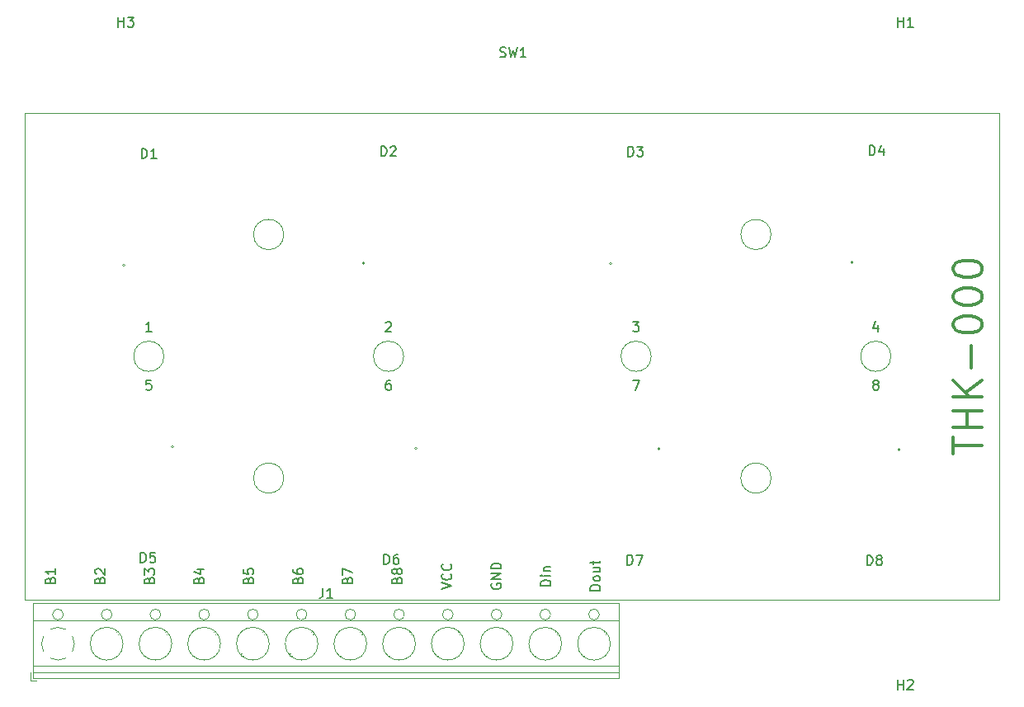
<source format=gbr>
G04 #@! TF.GenerationSoftware,KiCad,Pcbnew,(5.1.5)-3*
G04 #@! TF.CreationDate,2020-07-03T21:40:14-07:00*
G04 #@! TF.ProjectId,Sparkfun_buttons,53706172-6b66-4756-9e5f-627574746f6e,rev?*
G04 #@! TF.SameCoordinates,Original*
G04 #@! TF.FileFunction,Legend,Top*
G04 #@! TF.FilePolarity,Positive*
%FSLAX46Y46*%
G04 Gerber Fmt 4.6, Leading zero omitted, Abs format (unit mm)*
G04 Created by KiCad (PCBNEW (5.1.5)-3) date 2020-07-03 21:40:14*
%MOMM*%
%LPD*%
G04 APERTURE LIST*
%ADD10C,0.300000*%
%ADD11C,0.120000*%
%ADD12C,0.150000*%
G04 APERTURE END LIST*
D10*
X174882142Y-66396428D02*
X174882142Y-64682142D01*
X177882142Y-65539285D02*
X174882142Y-65539285D01*
X177882142Y-63682142D02*
X174882142Y-63682142D01*
X176310714Y-63682142D02*
X176310714Y-61967857D01*
X177882142Y-61967857D02*
X174882142Y-61967857D01*
X177882142Y-60539285D02*
X174882142Y-60539285D01*
X177882142Y-58825000D02*
X176167857Y-60110714D01*
X174882142Y-58825000D02*
X176596428Y-60539285D01*
X176739285Y-57539285D02*
X176739285Y-55253571D01*
X174882142Y-53253571D02*
X174882142Y-52967857D01*
X175025000Y-52682142D01*
X175167857Y-52539285D01*
X175453571Y-52396428D01*
X176025000Y-52253571D01*
X176739285Y-52253571D01*
X177310714Y-52396428D01*
X177596428Y-52539285D01*
X177739285Y-52682142D01*
X177882142Y-52967857D01*
X177882142Y-53253571D01*
X177739285Y-53539285D01*
X177596428Y-53682142D01*
X177310714Y-53825000D01*
X176739285Y-53967857D01*
X176025000Y-53967857D01*
X175453571Y-53825000D01*
X175167857Y-53682142D01*
X175025000Y-53539285D01*
X174882142Y-53253571D01*
X174882142Y-50396428D02*
X174882142Y-50110714D01*
X175025000Y-49825000D01*
X175167857Y-49682142D01*
X175453571Y-49539285D01*
X176025000Y-49396428D01*
X176739285Y-49396428D01*
X177310714Y-49539285D01*
X177596428Y-49682142D01*
X177739285Y-49825000D01*
X177882142Y-50110714D01*
X177882142Y-50396428D01*
X177739285Y-50682142D01*
X177596428Y-50825000D01*
X177310714Y-50967857D01*
X176739285Y-51110714D01*
X176025000Y-51110714D01*
X175453571Y-50967857D01*
X175167857Y-50825000D01*
X175025000Y-50682142D01*
X174882142Y-50396428D01*
X174882142Y-47539285D02*
X174882142Y-47253571D01*
X175025000Y-46967857D01*
X175167857Y-46825000D01*
X175453571Y-46682142D01*
X176025000Y-46539285D01*
X176739285Y-46539285D01*
X177310714Y-46682142D01*
X177596428Y-46825000D01*
X177739285Y-46967857D01*
X177882142Y-47253571D01*
X177882142Y-47539285D01*
X177739285Y-47825000D01*
X177596428Y-47967857D01*
X177310714Y-48110714D01*
X176739285Y-48253571D01*
X176025000Y-48253571D01*
X175453571Y-48110714D01*
X175167857Y-47967857D01*
X175025000Y-47825000D01*
X174882142Y-47539285D01*
D11*
X79663601Y-31378201D02*
X179663601Y-31378201D01*
X179663601Y-31378201D02*
X179663601Y-81378201D01*
X179663601Y-81378201D02*
X79663601Y-81378201D01*
X79663601Y-81378201D02*
X79663601Y-31378201D01*
X106213601Y-68878201D02*
G75*
G03X106213601Y-68878201I-1550000J0D01*
G01*
X106213601Y-43878201D02*
G75*
G03X106213601Y-43878201I-1550000J0D01*
G01*
X118513601Y-56378201D02*
G75*
G03X118513601Y-56378201I-1550000J0D01*
G01*
X93913601Y-56378201D02*
G75*
G03X93913601Y-56378201I-1550000J0D01*
G01*
X143913601Y-56378201D02*
G75*
G03X143913601Y-56378201I-1550000J0D01*
G01*
X168513601Y-56378201D02*
G75*
G03X168513601Y-56378201I-1550000J0D01*
G01*
X156213601Y-43878201D02*
G75*
G03X156213601Y-43878201I-1550000J0D01*
G01*
X156213601Y-68878201D02*
G75*
G03X156213601Y-68878201I-1550000J0D01*
G01*
X114529600Y-46810100D02*
G75*
G03X114529600Y-46810100I-127000J0D01*
G01*
X89955100Y-47038700D02*
G75*
G03X89955100Y-47038700I-127000J0D01*
G01*
X94931500Y-65648400D02*
G75*
G03X94931500Y-65648400I-127000J0D01*
G01*
X119914400Y-65822000D02*
G75*
G03X119914400Y-65822000I-127000J0D01*
G01*
X139878800Y-46835500D02*
G75*
G03X139878800Y-46835500I-127000J0D01*
G01*
X144856200Y-65887600D02*
G75*
G03X144856200Y-65887600I-127000J0D01*
G01*
X164641800Y-46725400D02*
G75*
G03X164641800Y-46725400I-127000J0D01*
G01*
X169469800Y-65936300D02*
G75*
G03X169469800Y-65936300I-127000J0D01*
G01*
X83834012Y-87360752D02*
G75*
G02X83045300Y-87557400I-788712J1483352D01*
G01*
X84529253Y-85088312D02*
G75*
G02X84529300Y-86666400I-1483953J-789088D01*
G01*
X82256212Y-84393447D02*
G75*
G02X83834300Y-84393400I789088J-1483953D01*
G01*
X81561347Y-86666488D02*
G75*
G02X81561300Y-85088400I1483953J789088D01*
G01*
X83074683Y-87557850D02*
G75*
G02X82256300Y-87361400I-29383J1680450D01*
G01*
X83595300Y-82877400D02*
G75*
G03X83595300Y-82877400I-550000J0D01*
G01*
X89725300Y-85877400D02*
G75*
G03X89725300Y-85877400I-1680000J0D01*
G01*
X88595300Y-82877400D02*
G75*
G03X88595300Y-82877400I-550000J0D01*
G01*
X94725300Y-85877400D02*
G75*
G03X94725300Y-85877400I-1680000J0D01*
G01*
X93595300Y-82877400D02*
G75*
G03X93595300Y-82877400I-550000J0D01*
G01*
X99725300Y-85877400D02*
G75*
G03X99725300Y-85877400I-1680000J0D01*
G01*
X98595300Y-82877400D02*
G75*
G03X98595300Y-82877400I-550000J0D01*
G01*
X104725300Y-85877400D02*
G75*
G03X104725300Y-85877400I-1680000J0D01*
G01*
X103595300Y-82877400D02*
G75*
G03X103595300Y-82877400I-550000J0D01*
G01*
X109725300Y-85877400D02*
G75*
G03X109725300Y-85877400I-1680000J0D01*
G01*
X108595300Y-82877400D02*
G75*
G03X108595300Y-82877400I-550000J0D01*
G01*
X114725300Y-85877400D02*
G75*
G03X114725300Y-85877400I-1680000J0D01*
G01*
X113595300Y-82877400D02*
G75*
G03X113595300Y-82877400I-550000J0D01*
G01*
X119725300Y-85877400D02*
G75*
G03X119725300Y-85877400I-1680000J0D01*
G01*
X118595300Y-82877400D02*
G75*
G03X118595300Y-82877400I-550000J0D01*
G01*
X124725300Y-85877400D02*
G75*
G03X124725300Y-85877400I-1680000J0D01*
G01*
X123595300Y-82877400D02*
G75*
G03X123595300Y-82877400I-550000J0D01*
G01*
X129725300Y-85877400D02*
G75*
G03X129725300Y-85877400I-1680000J0D01*
G01*
X128595300Y-82877400D02*
G75*
G03X128595300Y-82877400I-550000J0D01*
G01*
X134725300Y-85877400D02*
G75*
G03X134725300Y-85877400I-1680000J0D01*
G01*
X133595300Y-82877400D02*
G75*
G03X133595300Y-82877400I-550000J0D01*
G01*
X139725300Y-85877400D02*
G75*
G03X139725300Y-85877400I-1680000J0D01*
G01*
X138595300Y-82877400D02*
G75*
G03X138595300Y-82877400I-550000J0D01*
G01*
X80485300Y-88777400D02*
X140605300Y-88777400D01*
X80485300Y-88177400D02*
X140605300Y-88177400D01*
X80485300Y-83477400D02*
X140605300Y-83477400D01*
X80485300Y-81717400D02*
X140605300Y-81717400D01*
X80485300Y-89438400D02*
X140605300Y-89438400D01*
X80485300Y-81717400D02*
X80485300Y-89438400D01*
X140605300Y-81717400D02*
X140605300Y-89438400D01*
X89320300Y-84808400D02*
X89226300Y-84901400D01*
X87035300Y-87093400D02*
X86976300Y-87151400D01*
X89115300Y-84602400D02*
X89056300Y-84661400D01*
X86865300Y-86853400D02*
X86771300Y-86946400D01*
X94320300Y-84808400D02*
X94226300Y-84901400D01*
X92035300Y-87093400D02*
X91976300Y-87151400D01*
X94115300Y-84602400D02*
X94056300Y-84661400D01*
X91865300Y-86853400D02*
X91771300Y-86946400D01*
X99320300Y-84808400D02*
X99226300Y-84901400D01*
X97035300Y-87093400D02*
X96976300Y-87151400D01*
X99115300Y-84602400D02*
X99056300Y-84661400D01*
X96865300Y-86853400D02*
X96771300Y-86946400D01*
X104320300Y-84808400D02*
X104226300Y-84901400D01*
X102035300Y-87093400D02*
X101976300Y-87151400D01*
X104115300Y-84602400D02*
X104056300Y-84661400D01*
X101865300Y-86853400D02*
X101771300Y-86946400D01*
X109320300Y-84808400D02*
X109226300Y-84901400D01*
X107035300Y-87093400D02*
X106976300Y-87151400D01*
X109115300Y-84602400D02*
X109056300Y-84661400D01*
X106865300Y-86853400D02*
X106771300Y-86946400D01*
X114320300Y-84808400D02*
X114226300Y-84901400D01*
X112035300Y-87093400D02*
X111976300Y-87151400D01*
X114115300Y-84602400D02*
X114056300Y-84661400D01*
X111865300Y-86853400D02*
X111771300Y-86946400D01*
X119320300Y-84808400D02*
X119226300Y-84901400D01*
X117035300Y-87093400D02*
X116976300Y-87151400D01*
X119115300Y-84602400D02*
X119056300Y-84661400D01*
X116865300Y-86853400D02*
X116771300Y-86946400D01*
X124320300Y-84808400D02*
X124226300Y-84901400D01*
X122035300Y-87093400D02*
X121976300Y-87151400D01*
X124115300Y-84602400D02*
X124056300Y-84661400D01*
X121865300Y-86853400D02*
X121771300Y-86946400D01*
X129320300Y-84808400D02*
X129226300Y-84901400D01*
X127035300Y-87093400D02*
X126976300Y-87151400D01*
X129115300Y-84602400D02*
X129056300Y-84661400D01*
X126865300Y-86853400D02*
X126771300Y-86946400D01*
X134320300Y-84808400D02*
X134226300Y-84901400D01*
X132035300Y-87093400D02*
X131976300Y-87151400D01*
X134115300Y-84602400D02*
X134056300Y-84661400D01*
X131865300Y-86853400D02*
X131771300Y-86946400D01*
X139320300Y-84808400D02*
X139226300Y-84901400D01*
X137035300Y-87093400D02*
X136976300Y-87151400D01*
X139115300Y-84602400D02*
X139056300Y-84661400D01*
X136865300Y-86853400D02*
X136771300Y-86946400D01*
X80245300Y-88837400D02*
X80245300Y-89677400D01*
X80245300Y-89677400D02*
X80845300Y-89677400D01*
D12*
X82273571Y-79354761D02*
X82321190Y-79211904D01*
X82368809Y-79164285D01*
X82464047Y-79116666D01*
X82606904Y-79116666D01*
X82702142Y-79164285D01*
X82749761Y-79211904D01*
X82797380Y-79307142D01*
X82797380Y-79688095D01*
X81797380Y-79688095D01*
X81797380Y-79354761D01*
X81845000Y-79259523D01*
X81892619Y-79211904D01*
X81987857Y-79164285D01*
X82083095Y-79164285D01*
X82178333Y-79211904D01*
X82225952Y-79259523D01*
X82273571Y-79354761D01*
X82273571Y-79688095D01*
X82797380Y-78164285D02*
X82797380Y-78735714D01*
X82797380Y-78450000D02*
X81797380Y-78450000D01*
X81940238Y-78545238D01*
X82035476Y-78640476D01*
X82083095Y-78735714D01*
X87353571Y-79354761D02*
X87401190Y-79211904D01*
X87448809Y-79164285D01*
X87544047Y-79116666D01*
X87686904Y-79116666D01*
X87782142Y-79164285D01*
X87829761Y-79211904D01*
X87877380Y-79307142D01*
X87877380Y-79688095D01*
X86877380Y-79688095D01*
X86877380Y-79354761D01*
X86925000Y-79259523D01*
X86972619Y-79211904D01*
X87067857Y-79164285D01*
X87163095Y-79164285D01*
X87258333Y-79211904D01*
X87305952Y-79259523D01*
X87353571Y-79354761D01*
X87353571Y-79688095D01*
X86972619Y-78735714D02*
X86925000Y-78688095D01*
X86877380Y-78592857D01*
X86877380Y-78354761D01*
X86925000Y-78259523D01*
X86972619Y-78211904D01*
X87067857Y-78164285D01*
X87163095Y-78164285D01*
X87305952Y-78211904D01*
X87877380Y-78783333D01*
X87877380Y-78164285D01*
X92433571Y-79354761D02*
X92481190Y-79211904D01*
X92528809Y-79164285D01*
X92624047Y-79116666D01*
X92766904Y-79116666D01*
X92862142Y-79164285D01*
X92909761Y-79211904D01*
X92957380Y-79307142D01*
X92957380Y-79688095D01*
X91957380Y-79688095D01*
X91957380Y-79354761D01*
X92005000Y-79259523D01*
X92052619Y-79211904D01*
X92147857Y-79164285D01*
X92243095Y-79164285D01*
X92338333Y-79211904D01*
X92385952Y-79259523D01*
X92433571Y-79354761D01*
X92433571Y-79688095D01*
X91957380Y-78783333D02*
X91957380Y-78164285D01*
X92338333Y-78497619D01*
X92338333Y-78354761D01*
X92385952Y-78259523D01*
X92433571Y-78211904D01*
X92528809Y-78164285D01*
X92766904Y-78164285D01*
X92862142Y-78211904D01*
X92909761Y-78259523D01*
X92957380Y-78354761D01*
X92957380Y-78640476D01*
X92909761Y-78735714D01*
X92862142Y-78783333D01*
X97513571Y-79354761D02*
X97561190Y-79211904D01*
X97608809Y-79164285D01*
X97704047Y-79116666D01*
X97846904Y-79116666D01*
X97942142Y-79164285D01*
X97989761Y-79211904D01*
X98037380Y-79307142D01*
X98037380Y-79688095D01*
X97037380Y-79688095D01*
X97037380Y-79354761D01*
X97085000Y-79259523D01*
X97132619Y-79211904D01*
X97227857Y-79164285D01*
X97323095Y-79164285D01*
X97418333Y-79211904D01*
X97465952Y-79259523D01*
X97513571Y-79354761D01*
X97513571Y-79688095D01*
X97370714Y-78259523D02*
X98037380Y-78259523D01*
X96989761Y-78497619D02*
X97704047Y-78735714D01*
X97704047Y-78116666D01*
X102593571Y-79354761D02*
X102641190Y-79211904D01*
X102688809Y-79164285D01*
X102784047Y-79116666D01*
X102926904Y-79116666D01*
X103022142Y-79164285D01*
X103069761Y-79211904D01*
X103117380Y-79307142D01*
X103117380Y-79688095D01*
X102117380Y-79688095D01*
X102117380Y-79354761D01*
X102165000Y-79259523D01*
X102212619Y-79211904D01*
X102307857Y-79164285D01*
X102403095Y-79164285D01*
X102498333Y-79211904D01*
X102545952Y-79259523D01*
X102593571Y-79354761D01*
X102593571Y-79688095D01*
X102117380Y-78211904D02*
X102117380Y-78688095D01*
X102593571Y-78735714D01*
X102545952Y-78688095D01*
X102498333Y-78592857D01*
X102498333Y-78354761D01*
X102545952Y-78259523D01*
X102593571Y-78211904D01*
X102688809Y-78164285D01*
X102926904Y-78164285D01*
X103022142Y-78211904D01*
X103069761Y-78259523D01*
X103117380Y-78354761D01*
X103117380Y-78592857D01*
X103069761Y-78688095D01*
X103022142Y-78735714D01*
X107673571Y-79354761D02*
X107721190Y-79211904D01*
X107768809Y-79164285D01*
X107864047Y-79116666D01*
X108006904Y-79116666D01*
X108102142Y-79164285D01*
X108149761Y-79211904D01*
X108197380Y-79307142D01*
X108197380Y-79688095D01*
X107197380Y-79688095D01*
X107197380Y-79354761D01*
X107245000Y-79259523D01*
X107292619Y-79211904D01*
X107387857Y-79164285D01*
X107483095Y-79164285D01*
X107578333Y-79211904D01*
X107625952Y-79259523D01*
X107673571Y-79354761D01*
X107673571Y-79688095D01*
X107197380Y-78259523D02*
X107197380Y-78450000D01*
X107245000Y-78545238D01*
X107292619Y-78592857D01*
X107435476Y-78688095D01*
X107625952Y-78735714D01*
X108006904Y-78735714D01*
X108102142Y-78688095D01*
X108149761Y-78640476D01*
X108197380Y-78545238D01*
X108197380Y-78354761D01*
X108149761Y-78259523D01*
X108102142Y-78211904D01*
X108006904Y-78164285D01*
X107768809Y-78164285D01*
X107673571Y-78211904D01*
X107625952Y-78259523D01*
X107578333Y-78354761D01*
X107578333Y-78545238D01*
X107625952Y-78640476D01*
X107673571Y-78688095D01*
X107768809Y-78735714D01*
X117833571Y-79354761D02*
X117881190Y-79211904D01*
X117928809Y-79164285D01*
X118024047Y-79116666D01*
X118166904Y-79116666D01*
X118262142Y-79164285D01*
X118309761Y-79211904D01*
X118357380Y-79307142D01*
X118357380Y-79688095D01*
X117357380Y-79688095D01*
X117357380Y-79354761D01*
X117405000Y-79259523D01*
X117452619Y-79211904D01*
X117547857Y-79164285D01*
X117643095Y-79164285D01*
X117738333Y-79211904D01*
X117785952Y-79259523D01*
X117833571Y-79354761D01*
X117833571Y-79688095D01*
X117785952Y-78545238D02*
X117738333Y-78640476D01*
X117690714Y-78688095D01*
X117595476Y-78735714D01*
X117547857Y-78735714D01*
X117452619Y-78688095D01*
X117405000Y-78640476D01*
X117357380Y-78545238D01*
X117357380Y-78354761D01*
X117405000Y-78259523D01*
X117452619Y-78211904D01*
X117547857Y-78164285D01*
X117595476Y-78164285D01*
X117690714Y-78211904D01*
X117738333Y-78259523D01*
X117785952Y-78354761D01*
X117785952Y-78545238D01*
X117833571Y-78640476D01*
X117881190Y-78688095D01*
X117976428Y-78735714D01*
X118166904Y-78735714D01*
X118262142Y-78688095D01*
X118309761Y-78640476D01*
X118357380Y-78545238D01*
X118357380Y-78354761D01*
X118309761Y-78259523D01*
X118262142Y-78211904D01*
X118166904Y-78164285D01*
X117976428Y-78164285D01*
X117881190Y-78211904D01*
X117833571Y-78259523D01*
X117785952Y-78354761D01*
X122437380Y-80283333D02*
X123437380Y-79950000D01*
X122437380Y-79616666D01*
X123342142Y-78711904D02*
X123389761Y-78759523D01*
X123437380Y-78902380D01*
X123437380Y-78997619D01*
X123389761Y-79140476D01*
X123294523Y-79235714D01*
X123199285Y-79283333D01*
X123008809Y-79330952D01*
X122865952Y-79330952D01*
X122675476Y-79283333D01*
X122580238Y-79235714D01*
X122485000Y-79140476D01*
X122437380Y-78997619D01*
X122437380Y-78902380D01*
X122485000Y-78759523D01*
X122532619Y-78711904D01*
X123342142Y-77711904D02*
X123389761Y-77759523D01*
X123437380Y-77902380D01*
X123437380Y-77997619D01*
X123389761Y-78140476D01*
X123294523Y-78235714D01*
X123199285Y-78283333D01*
X123008809Y-78330952D01*
X122865952Y-78330952D01*
X122675476Y-78283333D01*
X122580238Y-78235714D01*
X122485000Y-78140476D01*
X122437380Y-77997619D01*
X122437380Y-77902380D01*
X122485000Y-77759523D01*
X122532619Y-77711904D01*
X133597380Y-79902380D02*
X132597380Y-79902380D01*
X132597380Y-79664285D01*
X132645000Y-79521428D01*
X132740238Y-79426190D01*
X132835476Y-79378571D01*
X133025952Y-79330952D01*
X133168809Y-79330952D01*
X133359285Y-79378571D01*
X133454523Y-79426190D01*
X133549761Y-79521428D01*
X133597380Y-79664285D01*
X133597380Y-79902380D01*
X133597380Y-78902380D02*
X132930714Y-78902380D01*
X132597380Y-78902380D02*
X132645000Y-78950000D01*
X132692619Y-78902380D01*
X132645000Y-78854761D01*
X132597380Y-78902380D01*
X132692619Y-78902380D01*
X132930714Y-78426190D02*
X133597380Y-78426190D01*
X133025952Y-78426190D02*
X132978333Y-78378571D01*
X132930714Y-78283333D01*
X132930714Y-78140476D01*
X132978333Y-78045238D01*
X133073571Y-77997619D01*
X133597380Y-77997619D01*
X138677380Y-80402380D02*
X137677380Y-80402380D01*
X137677380Y-80164285D01*
X137725000Y-80021428D01*
X137820238Y-79926190D01*
X137915476Y-79878571D01*
X138105952Y-79830952D01*
X138248809Y-79830952D01*
X138439285Y-79878571D01*
X138534523Y-79926190D01*
X138629761Y-80021428D01*
X138677380Y-80164285D01*
X138677380Y-80402380D01*
X138677380Y-79259523D02*
X138629761Y-79354761D01*
X138582142Y-79402380D01*
X138486904Y-79450000D01*
X138201190Y-79450000D01*
X138105952Y-79402380D01*
X138058333Y-79354761D01*
X138010714Y-79259523D01*
X138010714Y-79116666D01*
X138058333Y-79021428D01*
X138105952Y-78973809D01*
X138201190Y-78926190D01*
X138486904Y-78926190D01*
X138582142Y-78973809D01*
X138629761Y-79021428D01*
X138677380Y-79116666D01*
X138677380Y-79259523D01*
X138010714Y-78069047D02*
X138677380Y-78069047D01*
X138010714Y-78497619D02*
X138534523Y-78497619D01*
X138629761Y-78450000D01*
X138677380Y-78354761D01*
X138677380Y-78211904D01*
X138629761Y-78116666D01*
X138582142Y-78069047D01*
X138010714Y-77735714D02*
X138010714Y-77354761D01*
X137677380Y-77592857D02*
X138534523Y-77592857D01*
X138629761Y-77545238D01*
X138677380Y-77450000D01*
X138677380Y-77354761D01*
X127565000Y-79711904D02*
X127517380Y-79807142D01*
X127517380Y-79950000D01*
X127565000Y-80092857D01*
X127660238Y-80188095D01*
X127755476Y-80235714D01*
X127945952Y-80283333D01*
X128088809Y-80283333D01*
X128279285Y-80235714D01*
X128374523Y-80188095D01*
X128469761Y-80092857D01*
X128517380Y-79950000D01*
X128517380Y-79854761D01*
X128469761Y-79711904D01*
X128422142Y-79664285D01*
X128088809Y-79664285D01*
X128088809Y-79854761D01*
X128517380Y-79235714D02*
X127517380Y-79235714D01*
X128517380Y-78664285D01*
X127517380Y-78664285D01*
X128517380Y-78188095D02*
X127517380Y-78188095D01*
X127517380Y-77950000D01*
X127565000Y-77807142D01*
X127660238Y-77711904D01*
X127755476Y-77664285D01*
X127945952Y-77616666D01*
X128088809Y-77616666D01*
X128279285Y-77664285D01*
X128374523Y-77711904D01*
X128469761Y-77807142D01*
X128517380Y-77950000D01*
X128517380Y-78188095D01*
X112753571Y-79354761D02*
X112801190Y-79211904D01*
X112848809Y-79164285D01*
X112944047Y-79116666D01*
X113086904Y-79116666D01*
X113182142Y-79164285D01*
X113229761Y-79211904D01*
X113277380Y-79307142D01*
X113277380Y-79688095D01*
X112277380Y-79688095D01*
X112277380Y-79354761D01*
X112325000Y-79259523D01*
X112372619Y-79211904D01*
X112467857Y-79164285D01*
X112563095Y-79164285D01*
X112658333Y-79211904D01*
X112705952Y-79259523D01*
X112753571Y-79354761D01*
X112753571Y-79688095D01*
X112277380Y-78783333D02*
X112277380Y-78116666D01*
X113277380Y-78545238D01*
X128406467Y-25617162D02*
X128549324Y-25664781D01*
X128787420Y-25664781D01*
X128882658Y-25617162D01*
X128930277Y-25569543D01*
X128977896Y-25474305D01*
X128977896Y-25379067D01*
X128930277Y-25283829D01*
X128882658Y-25236210D01*
X128787420Y-25188591D01*
X128596943Y-25140972D01*
X128501705Y-25093353D01*
X128454086Y-25045734D01*
X128406467Y-24950496D01*
X128406467Y-24855258D01*
X128454086Y-24760020D01*
X128501705Y-24712401D01*
X128596943Y-24664781D01*
X128835039Y-24664781D01*
X128977896Y-24712401D01*
X129311229Y-24664781D02*
X129549324Y-25664781D01*
X129739801Y-24950496D01*
X129930277Y-25664781D01*
X130168372Y-24664781D01*
X131073134Y-25664781D02*
X130501705Y-25664781D01*
X130787420Y-25664781D02*
X130787420Y-24664781D01*
X130692181Y-24807639D01*
X130596943Y-24902877D01*
X130501705Y-24950496D01*
X92649315Y-53830581D02*
X92077886Y-53830581D01*
X92363601Y-53830581D02*
X92363601Y-52830581D01*
X92268362Y-52973439D01*
X92173124Y-53068677D01*
X92077886Y-53116296D01*
X116677886Y-52925820D02*
X116725505Y-52878201D01*
X116820743Y-52830581D01*
X117058839Y-52830581D01*
X117154077Y-52878201D01*
X117201696Y-52925820D01*
X117249315Y-53021058D01*
X117249315Y-53116296D01*
X117201696Y-53259153D01*
X116630267Y-53830581D01*
X117249315Y-53830581D01*
X142030267Y-52830581D02*
X142649315Y-52830581D01*
X142315981Y-53211534D01*
X142458839Y-53211534D01*
X142554077Y-53259153D01*
X142601696Y-53306772D01*
X142649315Y-53402010D01*
X142649315Y-53640105D01*
X142601696Y-53735343D01*
X142554077Y-53782962D01*
X142458839Y-53830581D01*
X142173124Y-53830581D01*
X142077886Y-53782962D01*
X142030267Y-53735343D01*
X167154077Y-53163915D02*
X167154077Y-53830581D01*
X166915981Y-52782962D02*
X166677886Y-53497248D01*
X167296934Y-53497248D01*
X92601696Y-58830581D02*
X92125505Y-58830581D01*
X92077886Y-59306772D01*
X92125505Y-59259153D01*
X92220743Y-59211534D01*
X92458839Y-59211534D01*
X92554077Y-59259153D01*
X92601696Y-59306772D01*
X92649315Y-59402010D01*
X92649315Y-59640105D01*
X92601696Y-59735343D01*
X92554077Y-59782962D01*
X92458839Y-59830581D01*
X92220743Y-59830581D01*
X92125505Y-59782962D01*
X92077886Y-59735343D01*
X117154077Y-58830581D02*
X116963601Y-58830581D01*
X116868362Y-58878201D01*
X116820743Y-58925820D01*
X116725505Y-59068677D01*
X116677886Y-59259153D01*
X116677886Y-59640105D01*
X116725505Y-59735343D01*
X116773124Y-59782962D01*
X116868362Y-59830581D01*
X117058839Y-59830581D01*
X117154077Y-59782962D01*
X117201696Y-59735343D01*
X117249315Y-59640105D01*
X117249315Y-59402010D01*
X117201696Y-59306772D01*
X117154077Y-59259153D01*
X117058839Y-59211534D01*
X116868362Y-59211534D01*
X116773124Y-59259153D01*
X116725505Y-59306772D01*
X116677886Y-59402010D01*
X142030267Y-58830581D02*
X142696934Y-58830581D01*
X142268362Y-59830581D01*
X166868362Y-59259153D02*
X166773124Y-59211534D01*
X166725505Y-59163915D01*
X166677886Y-59068677D01*
X166677886Y-59021058D01*
X166725505Y-58925820D01*
X166773124Y-58878201D01*
X166868362Y-58830581D01*
X167058839Y-58830581D01*
X167154077Y-58878201D01*
X167201696Y-58925820D01*
X167249315Y-59021058D01*
X167249315Y-59068677D01*
X167201696Y-59163915D01*
X167154077Y-59211534D01*
X167058839Y-59259153D01*
X166868362Y-59259153D01*
X166773124Y-59306772D01*
X166725505Y-59354391D01*
X166677886Y-59449629D01*
X166677886Y-59640105D01*
X166725505Y-59735343D01*
X166773124Y-59782962D01*
X166868362Y-59830581D01*
X167058839Y-59830581D01*
X167154077Y-59782962D01*
X167201696Y-59735343D01*
X167249315Y-59640105D01*
X167249315Y-59449629D01*
X167201696Y-59354391D01*
X167154077Y-59306772D01*
X167058839Y-59259153D01*
X116204504Y-35832480D02*
X116204504Y-34832480D01*
X116442600Y-34832480D01*
X116585457Y-34880100D01*
X116680695Y-34975338D01*
X116728314Y-35070576D01*
X116775933Y-35261052D01*
X116775933Y-35403909D01*
X116728314Y-35594385D01*
X116680695Y-35689623D01*
X116585457Y-35784861D01*
X116442600Y-35832480D01*
X116204504Y-35832480D01*
X117156885Y-34927719D02*
X117204504Y-34880100D01*
X117299742Y-34832480D01*
X117537838Y-34832480D01*
X117633076Y-34880100D01*
X117680695Y-34927719D01*
X117728314Y-35022957D01*
X117728314Y-35118195D01*
X117680695Y-35261052D01*
X117109266Y-35832480D01*
X117728314Y-35832480D01*
X91630004Y-36061080D02*
X91630004Y-35061080D01*
X91868100Y-35061080D01*
X92010957Y-35108700D01*
X92106195Y-35203938D01*
X92153814Y-35299176D01*
X92201433Y-35489652D01*
X92201433Y-35632509D01*
X92153814Y-35822985D01*
X92106195Y-35918223D01*
X92010957Y-36013461D01*
X91868100Y-36061080D01*
X91630004Y-36061080D01*
X93153814Y-36061080D02*
X92582385Y-36061080D01*
X92868100Y-36061080D02*
X92868100Y-35061080D01*
X92772861Y-35203938D01*
X92677623Y-35299176D01*
X92582385Y-35346795D01*
X91526404Y-77530780D02*
X91526404Y-76530780D01*
X91764500Y-76530780D01*
X91907357Y-76578400D01*
X92002595Y-76673638D01*
X92050214Y-76768876D01*
X92097833Y-76959352D01*
X92097833Y-77102209D01*
X92050214Y-77292685D01*
X92002595Y-77387923D01*
X91907357Y-77483161D01*
X91764500Y-77530780D01*
X91526404Y-77530780D01*
X93002595Y-76530780D02*
X92526404Y-76530780D01*
X92478785Y-77006971D01*
X92526404Y-76959352D01*
X92621642Y-76911733D01*
X92859738Y-76911733D01*
X92954976Y-76959352D01*
X93002595Y-77006971D01*
X93050214Y-77102209D01*
X93050214Y-77340304D01*
X93002595Y-77435542D01*
X92954976Y-77483161D01*
X92859738Y-77530780D01*
X92621642Y-77530780D01*
X92526404Y-77483161D01*
X92478785Y-77435542D01*
X116509304Y-77704380D02*
X116509304Y-76704380D01*
X116747400Y-76704380D01*
X116890257Y-76752000D01*
X116985495Y-76847238D01*
X117033114Y-76942476D01*
X117080733Y-77132952D01*
X117080733Y-77275809D01*
X117033114Y-77466285D01*
X116985495Y-77561523D01*
X116890257Y-77656761D01*
X116747400Y-77704380D01*
X116509304Y-77704380D01*
X117937876Y-76704380D02*
X117747400Y-76704380D01*
X117652161Y-76752000D01*
X117604542Y-76799619D01*
X117509304Y-76942476D01*
X117461685Y-77132952D01*
X117461685Y-77513904D01*
X117509304Y-77609142D01*
X117556923Y-77656761D01*
X117652161Y-77704380D01*
X117842638Y-77704380D01*
X117937876Y-77656761D01*
X117985495Y-77609142D01*
X118033114Y-77513904D01*
X118033114Y-77275809D01*
X117985495Y-77180571D01*
X117937876Y-77132952D01*
X117842638Y-77085333D01*
X117652161Y-77085333D01*
X117556923Y-77132952D01*
X117509304Y-77180571D01*
X117461685Y-77275809D01*
X141553704Y-35857880D02*
X141553704Y-34857880D01*
X141791800Y-34857880D01*
X141934657Y-34905500D01*
X142029895Y-35000738D01*
X142077514Y-35095976D01*
X142125133Y-35286452D01*
X142125133Y-35429309D01*
X142077514Y-35619785D01*
X142029895Y-35715023D01*
X141934657Y-35810261D01*
X141791800Y-35857880D01*
X141553704Y-35857880D01*
X142458466Y-34857880D02*
X143077514Y-34857880D01*
X142744180Y-35238833D01*
X142887038Y-35238833D01*
X142982276Y-35286452D01*
X143029895Y-35334071D01*
X143077514Y-35429309D01*
X143077514Y-35667404D01*
X143029895Y-35762642D01*
X142982276Y-35810261D01*
X142887038Y-35857880D01*
X142601323Y-35857880D01*
X142506085Y-35810261D01*
X142458466Y-35762642D01*
X141451104Y-77769980D02*
X141451104Y-76769980D01*
X141689200Y-76769980D01*
X141832057Y-76817600D01*
X141927295Y-76912838D01*
X141974914Y-77008076D01*
X142022533Y-77198552D01*
X142022533Y-77341409D01*
X141974914Y-77531885D01*
X141927295Y-77627123D01*
X141832057Y-77722361D01*
X141689200Y-77769980D01*
X141451104Y-77769980D01*
X142355866Y-76769980D02*
X143022533Y-76769980D01*
X142593961Y-77769980D01*
X166316704Y-35747780D02*
X166316704Y-34747780D01*
X166554800Y-34747780D01*
X166697657Y-34795400D01*
X166792895Y-34890638D01*
X166840514Y-34985876D01*
X166888133Y-35176352D01*
X166888133Y-35319209D01*
X166840514Y-35509685D01*
X166792895Y-35604923D01*
X166697657Y-35700161D01*
X166554800Y-35747780D01*
X166316704Y-35747780D01*
X167745276Y-35081114D02*
X167745276Y-35747780D01*
X167507180Y-34700161D02*
X167269085Y-35414447D01*
X167888133Y-35414447D01*
X166064704Y-77818680D02*
X166064704Y-76818680D01*
X166302800Y-76818680D01*
X166445657Y-76866300D01*
X166540895Y-76961538D01*
X166588514Y-77056776D01*
X166636133Y-77247252D01*
X166636133Y-77390109D01*
X166588514Y-77580585D01*
X166540895Y-77675823D01*
X166445657Y-77771061D01*
X166302800Y-77818680D01*
X166064704Y-77818680D01*
X167207561Y-77247252D02*
X167112323Y-77199633D01*
X167064704Y-77152014D01*
X167017085Y-77056776D01*
X167017085Y-77009157D01*
X167064704Y-76913919D01*
X167112323Y-76866300D01*
X167207561Y-76818680D01*
X167398038Y-76818680D01*
X167493276Y-76866300D01*
X167540895Y-76913919D01*
X167588514Y-77009157D01*
X167588514Y-77056776D01*
X167540895Y-77152014D01*
X167493276Y-77199633D01*
X167398038Y-77247252D01*
X167207561Y-77247252D01*
X167112323Y-77294871D01*
X167064704Y-77342490D01*
X167017085Y-77437728D01*
X167017085Y-77628204D01*
X167064704Y-77723442D01*
X167112323Y-77771061D01*
X167207561Y-77818680D01*
X167398038Y-77818680D01*
X167493276Y-77771061D01*
X167540895Y-77723442D01*
X167588514Y-77628204D01*
X167588514Y-77437728D01*
X167540895Y-77342490D01*
X167493276Y-77294871D01*
X167398038Y-77247252D01*
X169238095Y-22570580D02*
X169238095Y-21570580D01*
X169238095Y-22046771D02*
X169809523Y-22046771D01*
X169809523Y-22570580D02*
X169809523Y-21570580D01*
X170809523Y-22570580D02*
X170238095Y-22570580D01*
X170523809Y-22570580D02*
X170523809Y-21570580D01*
X170428571Y-21713438D01*
X170333333Y-21808676D01*
X170238095Y-21856295D01*
X169238095Y-90567880D02*
X169238095Y-89567880D01*
X169238095Y-90044071D02*
X169809523Y-90044071D01*
X169809523Y-90567880D02*
X169809523Y-89567880D01*
X170238095Y-89663119D02*
X170285714Y-89615500D01*
X170380952Y-89567880D01*
X170619047Y-89567880D01*
X170714285Y-89615500D01*
X170761904Y-89663119D01*
X170809523Y-89758357D01*
X170809523Y-89853595D01*
X170761904Y-89996452D01*
X170190476Y-90567880D01*
X170809523Y-90567880D01*
X89238095Y-22570580D02*
X89238095Y-21570580D01*
X89238095Y-22046771D02*
X89809523Y-22046771D01*
X89809523Y-22570580D02*
X89809523Y-21570580D01*
X90190476Y-21570580D02*
X90809523Y-21570580D01*
X90476190Y-21951533D01*
X90619047Y-21951533D01*
X90714285Y-21999152D01*
X90761904Y-22046771D01*
X90809523Y-22142009D01*
X90809523Y-22380104D01*
X90761904Y-22475342D01*
X90714285Y-22522961D01*
X90619047Y-22570580D01*
X90333333Y-22570580D01*
X90238095Y-22522961D01*
X90190476Y-22475342D01*
X110211966Y-80169780D02*
X110211966Y-80884066D01*
X110164347Y-81026923D01*
X110069109Y-81122161D01*
X109926252Y-81169780D01*
X109831014Y-81169780D01*
X111211966Y-81169780D02*
X110640538Y-81169780D01*
X110926252Y-81169780D02*
X110926252Y-80169780D01*
X110831014Y-80312638D01*
X110735776Y-80407876D01*
X110640538Y-80455495D01*
M02*

</source>
